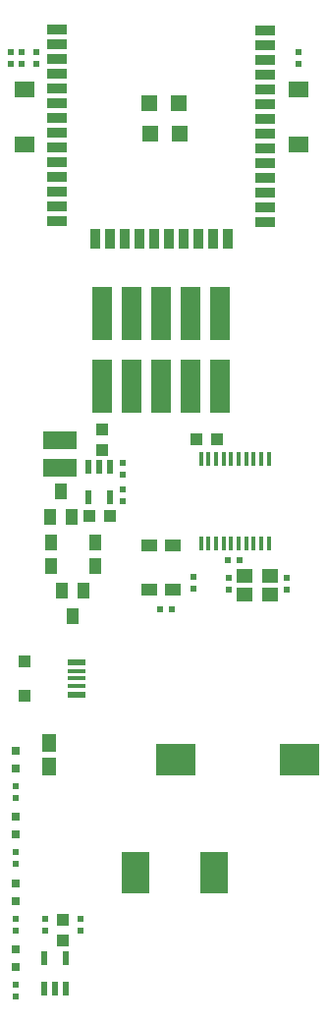
<source format=gbr>
G04 #@! TF.GenerationSoftware,KiCad,Pcbnew,5.1.0-rc2-unknown-036be7d~80~ubuntu16.04.1*
G04 #@! TF.CreationDate,2019-03-08T14:26:04+02:00*
G04 #@! TF.ProjectId,ESP32-PoE-ISO_Rev_B,45535033-322d-4506-9f45-2d49534f5f52,A*
G04 #@! TF.SameCoordinates,Original*
G04 #@! TF.FileFunction,Paste,Top*
G04 #@! TF.FilePolarity,Positive*
%FSLAX46Y46*%
G04 Gerber Fmt 4.6, Leading zero omitted, Abs format (unit mm)*
G04 Created by KiCad (PCBNEW 5.1.0-rc2-unknown-036be7d~80~ubuntu16.04.1) date 2019-03-08 14:26:04*
%MOMM*%
%LPD*%
G04 APERTURE LIST*
%ADD10R,1.700000X0.900000*%
%ADD11R,0.900000X1.700000*%
%ADD12R,1.400000X1.400000*%
%ADD13R,1.650000X0.500000*%
%ADD14R,1.650000X0.325000*%
%ADD15R,1.000000X1.100000*%
%ADD16C,1.700000*%
%ADD17C,0.100000*%
%ADD18R,1.754000X1.327000*%
%ADD19R,0.550000X0.500000*%
%ADD20R,3.400000X2.700000*%
%ADD21R,1.400000X1.200000*%
%ADD22R,3.000000X1.600000*%
%ADD23R,1.000000X1.400000*%
%ADD24R,1.016000X1.016000*%
%ADD25R,0.800000X0.800000*%
%ADD26R,2.400000X3.600000*%
%ADD27R,0.325000X1.270000*%
%ADD28R,0.550000X1.200000*%
%ADD29R,0.500000X0.550000*%
%ADD30R,1.270000X1.524000*%
%ADD31R,1.400000X1.000000*%
G04 APERTURE END LIST*
D10*
X113140000Y-96825000D03*
X113140000Y-98095000D03*
X113140000Y-99365000D03*
X113140000Y-100635000D03*
X113140000Y-101905000D03*
X113140000Y-103175000D03*
X113140000Y-104445000D03*
X113140000Y-105715000D03*
X113140000Y-106985000D03*
X113140000Y-108255000D03*
X113140000Y-109525000D03*
X113140000Y-110795000D03*
X113140000Y-112065000D03*
X113140000Y-113335000D03*
D11*
X109870000Y-114785000D03*
X108600000Y-114785000D03*
X107330000Y-114785000D03*
X106060000Y-114785000D03*
X104790000Y-114785000D03*
X103520000Y-114785000D03*
X102250000Y-114785000D03*
X100980000Y-114785000D03*
X99710000Y-114785000D03*
X98440000Y-114785000D03*
D10*
X95140000Y-113295000D03*
X95140000Y-112025000D03*
X95140000Y-110755000D03*
X95140000Y-109485000D03*
X95140000Y-108215000D03*
X95140000Y-106945000D03*
X95140000Y-105675000D03*
X95140000Y-104405000D03*
X95140000Y-103135000D03*
X95140000Y-101865000D03*
X95140000Y-100595000D03*
X95140000Y-99325000D03*
X95140000Y-98055000D03*
X95140000Y-96785000D03*
D12*
X103141000Y-103101000D03*
X105681000Y-103101000D03*
X103166400Y-105768000D03*
X105706400Y-105768000D03*
D13*
X96876000Y-151266500D03*
D14*
X96876000Y-152004000D03*
X96876000Y-152654000D03*
X96876000Y-153304000D03*
D13*
X96876000Y-154041500D03*
D15*
X92326000Y-151154000D03*
X92326000Y-154154000D03*
D16*
X99060000Y-127458000D03*
D17*
G36*
X98210000Y-129733000D02*
G01*
X98210000Y-125183000D01*
X99910000Y-125183000D01*
X99910000Y-129733000D01*
X98210000Y-129733000D01*
X98210000Y-129733000D01*
G37*
D16*
X101600000Y-127458000D03*
D17*
G36*
X100750000Y-129733000D02*
G01*
X100750000Y-125183000D01*
X102450000Y-125183000D01*
X102450000Y-129733000D01*
X100750000Y-129733000D01*
X100750000Y-129733000D01*
G37*
D16*
X104140000Y-127458000D03*
D17*
G36*
X103290000Y-129733000D02*
G01*
X103290000Y-125183000D01*
X104990000Y-125183000D01*
X104990000Y-129733000D01*
X103290000Y-129733000D01*
X103290000Y-129733000D01*
G37*
D16*
X106680000Y-127458000D03*
D17*
G36*
X105830000Y-129733000D02*
G01*
X105830000Y-125183000D01*
X107530000Y-125183000D01*
X107530000Y-129733000D01*
X105830000Y-129733000D01*
X105830000Y-129733000D01*
G37*
D16*
X109220000Y-127458000D03*
D17*
G36*
X108370000Y-129733000D02*
G01*
X108370000Y-125183000D01*
X110070000Y-125183000D01*
X110070000Y-129733000D01*
X108370000Y-129733000D01*
X108370000Y-129733000D01*
G37*
D16*
X109220000Y-121208000D03*
D17*
G36*
X108370000Y-123483000D02*
G01*
X108370000Y-118933000D01*
X110070000Y-118933000D01*
X110070000Y-123483000D01*
X108370000Y-123483000D01*
X108370000Y-123483000D01*
G37*
D16*
X106680000Y-121208000D03*
D17*
G36*
X105830000Y-123483000D02*
G01*
X105830000Y-118933000D01*
X107530000Y-118933000D01*
X107530000Y-123483000D01*
X105830000Y-123483000D01*
X105830000Y-123483000D01*
G37*
D16*
X99060000Y-121208000D03*
D17*
G36*
X98210000Y-123483000D02*
G01*
X98210000Y-118933000D01*
X99910000Y-118933000D01*
X99910000Y-123483000D01*
X98210000Y-123483000D01*
X98210000Y-123483000D01*
G37*
D16*
X101600000Y-121208000D03*
D17*
G36*
X100750000Y-123483000D02*
G01*
X100750000Y-118933000D01*
X102450000Y-118933000D01*
X102450000Y-123483000D01*
X100750000Y-123483000D01*
X100750000Y-123483000D01*
G37*
D16*
X104140000Y-121208000D03*
D17*
G36*
X103290000Y-123483000D02*
G01*
X103290000Y-118933000D01*
X104990000Y-118933000D01*
X104990000Y-123483000D01*
X103290000Y-123483000D01*
X103290000Y-123483000D01*
G37*
D18*
X92321000Y-101877000D03*
X92321000Y-106657000D03*
X115959000Y-101877000D03*
X115959000Y-106657000D03*
D19*
X106934000Y-144907000D03*
X106934000Y-143891000D03*
D20*
X116094000Y-159639000D03*
X105394000Y-159639000D03*
D19*
X93345000Y-99695000D03*
X93345000Y-98679000D03*
D21*
X111338000Y-143853000D03*
X113538000Y-145453000D03*
X113538000Y-143853000D03*
X111338000Y-145453000D03*
D19*
X109982000Y-144018000D03*
X109982000Y-145034000D03*
X114935000Y-145034000D03*
X114935000Y-144018000D03*
X115951000Y-98679000D03*
X115951000Y-99695000D03*
D22*
X95377000Y-132150000D03*
X95377000Y-134550000D03*
D23*
X97469960Y-145069560D03*
X95567500Y-145069560D03*
X96522540Y-147279360D03*
X94554040Y-138775440D03*
X96456500Y-138775440D03*
X95501460Y-136565640D03*
D24*
X107188000Y-132080000D03*
X108966000Y-132080000D03*
D25*
X91567000Y-177546000D03*
X91567000Y-176022000D03*
D24*
X99060000Y-132969000D03*
X99060000Y-131191000D03*
D25*
X91567000Y-171831000D03*
X91567000Y-170307000D03*
D26*
X108683000Y-169418000D03*
X101883000Y-169418000D03*
D27*
X107565000Y-133794500D03*
X108215000Y-133794500D03*
X108865000Y-133794500D03*
X109515000Y-133794500D03*
X110165000Y-133794500D03*
X110815000Y-133794500D03*
X111465000Y-133794500D03*
X112115000Y-133794500D03*
X112765000Y-133794500D03*
X113415000Y-133794500D03*
X113415000Y-141033500D03*
X112765000Y-141033500D03*
X112115000Y-141033500D03*
X111465000Y-141033500D03*
X110815000Y-141033500D03*
X110165000Y-141033500D03*
X109515000Y-141033500D03*
X108865000Y-141033500D03*
X108215000Y-141033500D03*
X107565000Y-141033500D03*
D28*
X99756000Y-134463000D03*
X98806000Y-134463000D03*
X97856000Y-134463000D03*
X99756000Y-137063000D03*
X97856000Y-137063000D03*
D24*
X95631000Y-173482000D03*
X95631000Y-175260000D03*
X99695000Y-138684000D03*
X97917000Y-138684000D03*
D29*
X110871000Y-142494000D03*
X109855000Y-142494000D03*
X104013000Y-146685000D03*
X105029000Y-146685000D03*
D19*
X91567000Y-180086000D03*
X91567000Y-179070000D03*
X91567000Y-168656000D03*
X91567000Y-167640000D03*
X91567000Y-162941000D03*
X91567000Y-161925000D03*
X91567000Y-174371000D03*
X91567000Y-173355000D03*
X100838000Y-134112000D03*
X100838000Y-135128000D03*
X100838000Y-137414000D03*
X100838000Y-136398000D03*
X97155000Y-173355000D03*
X97155000Y-174371000D03*
D25*
X91567000Y-160401000D03*
X91567000Y-158877000D03*
X91567000Y-166116000D03*
X91567000Y-164592000D03*
D30*
X94488000Y-158242000D03*
X94488000Y-160274000D03*
D28*
X94046000Y-179354000D03*
X94996000Y-179354000D03*
X95946000Y-179354000D03*
X94046000Y-176754000D03*
X95946000Y-176754000D03*
D19*
X94107000Y-174371000D03*
X94107000Y-173355000D03*
X91186000Y-98679000D03*
X91186000Y-99695000D03*
X92075000Y-99695000D03*
X92075000Y-98679000D03*
D23*
X98420000Y-143002000D03*
X94620000Y-143002000D03*
X94620000Y-140970000D03*
X98420000Y-140970000D03*
D31*
X103124000Y-141229000D03*
X103124000Y-145029000D03*
X105156000Y-145029000D03*
X105156000Y-141229000D03*
M02*

</source>
